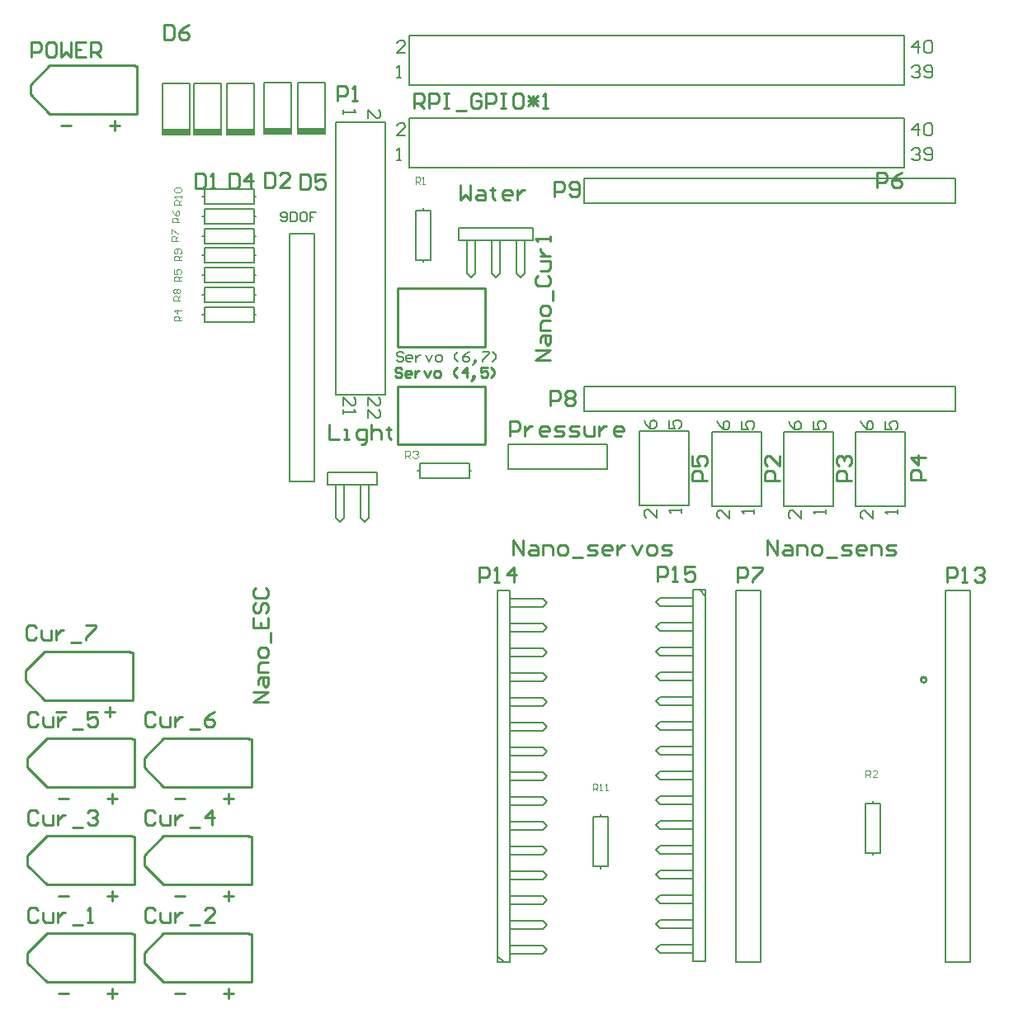
<source format=gto>
G04 Layer_Color=65535*
%FSLAX24Y24*%
%MOIN*%
G70*
G01*
G75*
%ADD46C,0.0100*%
%ADD47C,0.0079*%
%ADD48C,0.0039*%
%ADD49C,0.0080*%
%ADD50R,0.1102X0.0315*%
D46*
X46765Y22638D02*
G03*
X46765Y22638I-111J0D01*
G01*
X19409Y12362D02*
X19488D01*
X19370Y12402D02*
X19409Y12362D01*
X17441Y12402D02*
X19370D01*
X16654D02*
X17441D01*
X16260D02*
X16654D01*
X16142D02*
X16260D01*
X15945D02*
X16142D01*
X15157Y11614D02*
X15945Y12402D01*
X15157Y11220D02*
Y11614D01*
Y11220D02*
X15945Y10433D01*
X19488D01*
Y12362D01*
X14685Y16299D02*
X14764D01*
X14646Y16339D02*
X14685Y16299D01*
X12717Y16339D02*
X14646D01*
X11929D02*
X12717D01*
X11535D02*
X11929D01*
X11417D02*
X11535D01*
X11220D02*
X11417D01*
X10433Y15551D02*
X11220Y16339D01*
X10433Y15157D02*
Y15551D01*
Y15157D02*
X11220Y14370D01*
X14764D01*
Y16299D01*
X19409D02*
X19488D01*
X19370Y16339D02*
X19409Y16299D01*
X17441Y16339D02*
X19370D01*
X16654D02*
X17441D01*
X16260D02*
X16654D01*
X16142D02*
X16260D01*
X15945D02*
X16142D01*
X15157Y15551D02*
X15945Y16339D01*
X15157Y15157D02*
Y15551D01*
Y15157D02*
X15945Y14370D01*
X19488D01*
Y16299D01*
X14685Y20236D02*
X14764D01*
X14646Y20276D02*
X14685Y20236D01*
X12717Y20276D02*
X14646D01*
X11929D02*
X12717D01*
X11535D02*
X11929D01*
X11417D02*
X11535D01*
X11220D02*
X11417D01*
X10433Y19488D02*
X11220Y20276D01*
X10433Y19094D02*
Y19488D01*
Y19094D02*
X11220Y18307D01*
X14764D01*
Y20236D01*
X14685Y12362D02*
X14764D01*
X14646Y12402D02*
X14685Y12362D01*
X12717Y12402D02*
X14646D01*
X11929D02*
X12717D01*
X11535D02*
X11929D01*
X11417D02*
X11535D01*
X11220D02*
X11417D01*
X10433Y11614D02*
X11220Y12402D01*
X10433Y11220D02*
Y11614D01*
Y11220D02*
X11220Y10433D01*
X14764D01*
Y12362D01*
X19409Y20236D02*
X19488D01*
X19370Y20276D02*
X19409Y20236D01*
X17441Y20276D02*
X19370D01*
X16654D02*
X17441D01*
X16260D02*
X16654D01*
X16142D02*
X16260D01*
X15945D02*
X16142D01*
X15157Y19488D02*
X15945Y20276D01*
X15157Y19094D02*
Y19488D01*
Y19094D02*
X15945Y18307D01*
X19488D01*
Y20236D01*
X14606Y23740D02*
X14685D01*
X14567Y23780D02*
X14606Y23740D01*
X12638Y23780D02*
X14567D01*
X11850D02*
X12638D01*
X11457D02*
X11850D01*
X11339D02*
X11457D01*
X11142D02*
X11339D01*
X10354Y22992D02*
X11142Y23780D01*
X10354Y22598D02*
Y22992D01*
Y22598D02*
X11142Y21811D01*
X14685D01*
Y23740D01*
X14803Y47402D02*
X14882D01*
X14764Y47441D02*
X14803Y47402D01*
X12835Y47441D02*
X14764D01*
X12047D02*
X12835D01*
X11654D02*
X12047D01*
X11535D02*
X11654D01*
X11339D02*
X11535D01*
X10551Y46654D02*
X11339Y47441D01*
X10551Y46260D02*
Y46654D01*
Y46260D02*
X11339Y45472D01*
X14882D01*
Y47402D01*
X28937Y32126D02*
Y33307D01*
X25394Y32126D02*
X28937D01*
X25394D02*
Y34488D01*
X28937D01*
Y33307D02*
Y34488D01*
Y36063D02*
Y37244D01*
X25394Y36063D02*
X28937D01*
X25394D02*
Y38425D01*
X28937D01*
Y37244D02*
Y38425D01*
X25559Y35165D02*
X25494Y35231D01*
X25362D01*
X25297Y35165D01*
Y35100D01*
X25362Y35034D01*
X25494D01*
X25559Y34969D01*
Y34903D01*
X25494Y34837D01*
X25362D01*
X25297Y34903D01*
X25887Y34837D02*
X25756D01*
X25690Y34903D01*
Y35034D01*
X25756Y35100D01*
X25887D01*
X25953Y35034D01*
Y34969D01*
X25690D01*
X26084Y35100D02*
Y34837D01*
Y34969D01*
X26150Y35034D01*
X26215Y35100D01*
X26281D01*
X26478D02*
X26609Y34837D01*
X26740Y35100D01*
X26937Y34837D02*
X27068D01*
X27134Y34903D01*
Y35034D01*
X27068Y35100D01*
X26937D01*
X26871Y35034D01*
Y34903D01*
X26937Y34837D01*
X27789D02*
X27658Y34969D01*
Y35100D01*
X27789Y35231D01*
X28183Y34837D02*
Y35231D01*
X27986Y35034D01*
X28249D01*
X28445Y34772D02*
X28511Y34837D01*
Y34903D01*
X28445D01*
Y34837D01*
X28511D01*
X28445Y34772D01*
X28380Y34706D01*
X29036Y35231D02*
X28773D01*
Y35034D01*
X28905Y35100D01*
X28970D01*
X29036Y35034D01*
Y34903D01*
X28970Y34837D01*
X28839D01*
X28773Y34903D01*
X29167Y34837D02*
X29298Y34969D01*
Y35100D01*
X29167Y35231D01*
X27928Y42609D02*
Y42009D01*
X28128Y42209D01*
X28328Y42009D01*
Y42609D01*
X28627Y42409D02*
X28827D01*
X28927Y42309D01*
Y42009D01*
X28627D01*
X28527Y42109D01*
X28627Y42209D01*
X28927D01*
X29227Y42509D02*
Y42409D01*
X29127D01*
X29327D01*
X29227D01*
Y42109D01*
X29327Y42009D01*
X29927D02*
X29727D01*
X29627Y42109D01*
Y42309D01*
X29727Y42409D01*
X29927D01*
X30027Y42309D01*
Y42209D01*
X29627D01*
X30227Y42409D02*
Y42009D01*
Y42209D01*
X30327Y42309D01*
X30427Y42409D01*
X30527D01*
X29941Y32489D02*
Y33088D01*
X30241D01*
X30341Y32988D01*
Y32788D01*
X30241Y32689D01*
X29941D01*
X30541Y32888D02*
Y32489D01*
Y32689D01*
X30641Y32788D01*
X30741Y32888D01*
X30841D01*
X31440Y32489D02*
X31240D01*
X31140Y32589D01*
Y32788D01*
X31240Y32888D01*
X31440D01*
X31540Y32788D01*
Y32689D01*
X31140D01*
X31740Y32489D02*
X32040D01*
X32140Y32589D01*
X32040Y32689D01*
X31840D01*
X31740Y32788D01*
X31840Y32888D01*
X32140D01*
X32340Y32489D02*
X32640D01*
X32740Y32589D01*
X32640Y32689D01*
X32440D01*
X32340Y32788D01*
X32440Y32888D01*
X32740D01*
X32940D02*
Y32589D01*
X33040Y32489D01*
X33340D01*
Y32888D01*
X33540D02*
Y32489D01*
Y32689D01*
X33640Y32788D01*
X33740Y32888D01*
X33840D01*
X34439Y32489D02*
X34239D01*
X34139Y32589D01*
Y32788D01*
X34239Y32888D01*
X34439D01*
X34539Y32788D01*
Y32689D01*
X34139D01*
X20157Y21732D02*
X19558D01*
X20157Y22132D01*
X19558D01*
X19758Y22432D02*
Y22632D01*
X19858Y22732D01*
X20157D01*
Y22432D01*
X20058Y22332D01*
X19958Y22432D01*
Y22732D01*
X20157Y22932D02*
X19758D01*
Y23232D01*
X19858Y23332D01*
X20157D01*
Y23632D02*
Y23832D01*
X20058Y23932D01*
X19858D01*
X19758Y23832D01*
Y23632D01*
X19858Y23532D01*
X20058D01*
X20157Y23632D01*
X20257Y24132D02*
Y24531D01*
X19558Y25131D02*
Y24731D01*
X20157D01*
Y25131D01*
X19858Y24731D02*
Y24931D01*
X19658Y25731D02*
X19558Y25631D01*
Y25431D01*
X19658Y25331D01*
X19758D01*
X19858Y25431D01*
Y25631D01*
X19958Y25731D01*
X20058D01*
X20157Y25631D01*
Y25431D01*
X20058Y25331D01*
X19658Y26331D02*
X19558Y26231D01*
Y26031D01*
X19658Y25931D01*
X20058D01*
X20157Y26031D01*
Y26231D01*
X20058Y26331D01*
X35911Y26615D02*
Y27215D01*
X36211D01*
X36311Y27115D01*
Y26915D01*
X36211Y26815D01*
X35911D01*
X36511Y26615D02*
X36711D01*
X36611D01*
Y27215D01*
X36511Y27115D01*
X37411Y27215D02*
X37011D01*
Y26915D01*
X37211Y27015D01*
X37311D01*
X37411Y26915D01*
Y26715D01*
X37311Y26615D01*
X37111D01*
X37011Y26715D01*
X28702Y26575D02*
Y27175D01*
X29002D01*
X29102Y27075D01*
Y26875D01*
X29002Y26775D01*
X28702D01*
X29302Y26575D02*
X29502D01*
X29402D01*
Y27175D01*
X29302Y27075D01*
X30102Y26575D02*
Y27175D01*
X29802Y26875D01*
X30202D01*
X47590Y26590D02*
Y27190D01*
X47890D01*
X47990Y27090D01*
Y26890D01*
X47890Y26790D01*
X47590D01*
X48190Y26590D02*
X48390D01*
X48290D01*
Y27190D01*
X48190Y27090D01*
X48690D02*
X48790Y27190D01*
X48990D01*
X49090Y27090D01*
Y26990D01*
X48990Y26890D01*
X48890D01*
X48990D01*
X49090Y26790D01*
Y26690D01*
X48990Y26590D01*
X48790D01*
X48690Y26690D01*
X39131Y26574D02*
Y27174D01*
X39430D01*
X39530Y27074D01*
Y26874D01*
X39430Y26774D01*
X39131D01*
X39730Y27174D02*
X40130D01*
Y27074D01*
X39730Y26674D01*
Y26574D01*
X37913Y30669D02*
X37314D01*
Y30969D01*
X37414Y31069D01*
X37613D01*
X37713Y30969D01*
Y30669D01*
X37314Y31669D02*
Y31269D01*
X37613D01*
X37514Y31469D01*
Y31569D01*
X37613Y31669D01*
X37813D01*
X37913Y31569D01*
Y31369D01*
X37813Y31269D01*
X46732Y30709D02*
X46132D01*
Y31009D01*
X46232Y31109D01*
X46432D01*
X46532Y31009D01*
Y30709D01*
X46732Y31608D02*
X46132D01*
X46432Y31308D01*
Y31708D01*
X43740Y30669D02*
X43140D01*
Y30969D01*
X43240Y31069D01*
X43440D01*
X43540Y30969D01*
Y30669D01*
X43240Y31269D02*
X43140Y31369D01*
Y31569D01*
X43240Y31669D01*
X43340D01*
X43440Y31569D01*
Y31469D01*
Y31569D01*
X43540Y31669D01*
X43640D01*
X43740Y31569D01*
Y31369D01*
X43640Y31269D01*
X40827Y30669D02*
X40227D01*
Y30969D01*
X40327Y31069D01*
X40527D01*
X40627Y30969D01*
Y30669D01*
X40827Y31669D02*
Y31269D01*
X40427Y31669D01*
X40327D01*
X40227Y31569D01*
Y31369D01*
X40327Y31269D01*
X22973Y46011D02*
Y46610D01*
X23273D01*
X23373Y46510D01*
Y46310D01*
X23273Y46210D01*
X22973D01*
X23573Y46011D02*
X23772D01*
X23673D01*
Y46610D01*
X23573Y46510D01*
X30080Y27660D02*
Y28260D01*
X30480Y27660D01*
Y28260D01*
X30780Y28060D02*
X30980D01*
X31080Y27960D01*
Y27660D01*
X30780D01*
X30680Y27760D01*
X30780Y27860D01*
X31080D01*
X31280Y27660D02*
Y28060D01*
X31580D01*
X31679Y27960D01*
Y27660D01*
X31979D02*
X32179D01*
X32279Y27760D01*
Y27960D01*
X32179Y28060D01*
X31979D01*
X31879Y27960D01*
Y27760D01*
X31979Y27660D01*
X32479Y27560D02*
X32879D01*
X33079Y27660D02*
X33379D01*
X33479Y27760D01*
X33379Y27860D01*
X33179D01*
X33079Y27960D01*
X33179Y28060D01*
X33479D01*
X33979Y27660D02*
X33779D01*
X33679Y27760D01*
Y27960D01*
X33779Y28060D01*
X33979D01*
X34079Y27960D01*
Y27860D01*
X33679D01*
X34279Y28060D02*
Y27660D01*
Y27860D01*
X34379Y27960D01*
X34479Y28060D01*
X34579D01*
X34878D02*
X35078Y27660D01*
X35278Y28060D01*
X35578Y27660D02*
X35778D01*
X35878Y27760D01*
Y27960D01*
X35778Y28060D01*
X35578D01*
X35478Y27960D01*
Y27760D01*
X35578Y27660D01*
X36078D02*
X36378D01*
X36478Y27760D01*
X36378Y27860D01*
X36178D01*
X36078Y27960D01*
X36178Y28060D01*
X36478D01*
X40320Y27660D02*
Y28260D01*
X40720Y27660D01*
Y28260D01*
X41020Y28060D02*
X41220D01*
X41320Y27960D01*
Y27660D01*
X41020D01*
X40920Y27760D01*
X41020Y27860D01*
X41320D01*
X41520Y27660D02*
Y28060D01*
X41820D01*
X41919Y27960D01*
Y27660D01*
X42219D02*
X42419D01*
X42519Y27760D01*
Y27960D01*
X42419Y28060D01*
X42219D01*
X42119Y27960D01*
Y27760D01*
X42219Y27660D01*
X42719Y27560D02*
X43119D01*
X43319Y27660D02*
X43619D01*
X43719Y27760D01*
X43619Y27860D01*
X43419D01*
X43319Y27960D01*
X43419Y28060D01*
X43719D01*
X44219Y27660D02*
X44019D01*
X43919Y27760D01*
Y27960D01*
X44019Y28060D01*
X44219D01*
X44319Y27960D01*
Y27860D01*
X43919D01*
X44519Y27660D02*
Y28060D01*
X44819D01*
X44919Y27960D01*
Y27660D01*
X45118D02*
X45418D01*
X45518Y27760D01*
X45418Y27860D01*
X45218D01*
X45118Y27960D01*
X45218Y28060D01*
X45518D01*
X22620Y32931D02*
Y32331D01*
X23020D01*
X23220D02*
X23420D01*
X23320D01*
Y32731D01*
X23220D01*
X23920Y32131D02*
X24020D01*
X24120Y32231D01*
Y32731D01*
X23820D01*
X23720Y32631D01*
Y32431D01*
X23820Y32331D01*
X24120D01*
X24320Y32931D02*
Y32331D01*
Y32631D01*
X24420Y32731D01*
X24619D01*
X24719Y32631D01*
Y32331D01*
X25019Y32831D02*
Y32731D01*
X24919D01*
X25119D01*
X25019D01*
Y32431D01*
X25119Y32331D01*
X15970Y49059D02*
Y48459D01*
X16270D01*
X16370Y48559D01*
Y48959D01*
X16270Y49059D01*
X15970D01*
X16970D02*
X16770Y48959D01*
X16570Y48759D01*
Y48559D01*
X16670Y48459D01*
X16870D01*
X16970Y48559D01*
Y48659D01*
X16870Y48759D01*
X16570D01*
X21457Y43041D02*
Y42441D01*
X21757D01*
X21857Y42541D01*
Y42941D01*
X21757Y43041D01*
X21457D01*
X22456D02*
X22057D01*
Y42741D01*
X22256Y42841D01*
X22356D01*
X22456Y42741D01*
Y42541D01*
X22356Y42441D01*
X22156D01*
X22057Y42541D01*
X18583Y43080D02*
Y42480D01*
X18883D01*
X18983Y42580D01*
Y42980D01*
X18883Y43080D01*
X18583D01*
X19482Y42480D02*
Y43080D01*
X19182Y42780D01*
X19582D01*
X20039Y43119D02*
Y42520D01*
X20339D01*
X20439Y42620D01*
Y43020D01*
X20339Y43119D01*
X20039D01*
X21039Y42520D02*
X20639D01*
X21039Y42920D01*
Y43020D01*
X20939Y43119D01*
X20739D01*
X20639Y43020D01*
X17244Y43080D02*
Y42480D01*
X17544D01*
X17644Y42580D01*
Y42980D01*
X17544Y43080D01*
X17244D01*
X17844Y42480D02*
X18044D01*
X17944D01*
Y43080D01*
X17844Y42980D01*
X44764Y42520D02*
Y43119D01*
X45064D01*
X45164Y43020D01*
Y42820D01*
X45064Y42720D01*
X44764D01*
X45763Y43119D02*
X45564Y43020D01*
X45364Y42820D01*
Y42620D01*
X45464Y42520D01*
X45663D01*
X45763Y42620D01*
Y42720D01*
X45663Y42820D01*
X45364D01*
X26053Y45718D02*
Y46318D01*
X26353D01*
X26453Y46218D01*
Y46018D01*
X26353Y45918D01*
X26053D01*
X26253D02*
X26453Y45718D01*
X26653D02*
Y46318D01*
X26953D01*
X27053Y46218D01*
Y46018D01*
X26953Y45918D01*
X26653D01*
X27253Y46318D02*
X27453D01*
X27353D01*
Y45718D01*
X27253D01*
X27453D01*
X27753Y45619D02*
X28152D01*
X28752Y46218D02*
X28652Y46318D01*
X28452D01*
X28352Y46218D01*
Y45818D01*
X28452Y45718D01*
X28652D01*
X28752Y45818D01*
Y46018D01*
X28552D01*
X28952Y45718D02*
Y46318D01*
X29252D01*
X29352Y46218D01*
Y46018D01*
X29252Y45918D01*
X28952D01*
X29552Y46318D02*
X29752D01*
X29652D01*
Y45718D01*
X29552D01*
X29752D01*
X30352Y46318D02*
X30152D01*
X30052Y46218D01*
Y45818D01*
X30152Y45718D01*
X30352D01*
X30452Y45818D01*
Y46218D01*
X30352Y46318D01*
X30652Y46218D02*
X31052Y45818D01*
X30652D02*
X31052Y46218D01*
X30652Y46018D02*
X31052D01*
X30852Y45818D02*
Y46218D01*
X31251Y45718D02*
X31451D01*
X31351D01*
Y46318D01*
X31251Y46218D01*
X10880Y13350D02*
X10780Y13450D01*
X10580D01*
X10480Y13350D01*
Y12950D01*
X10580Y12850D01*
X10780D01*
X10880Y12950D01*
X11080Y13250D02*
Y12950D01*
X11180Y12850D01*
X11480D01*
Y13250D01*
X11680D02*
Y12850D01*
Y13050D01*
X11780Y13150D01*
X11880Y13250D01*
X11980D01*
X12279Y12750D02*
X12679D01*
X12879Y12850D02*
X13079D01*
X12979D01*
Y13450D01*
X12879Y13350D01*
X15610D02*
X15510Y13450D01*
X15310D01*
X15210Y13350D01*
Y12950D01*
X15310Y12850D01*
X15510D01*
X15610Y12950D01*
X15810Y13250D02*
Y12950D01*
X15910Y12850D01*
X16210D01*
Y13250D01*
X16410D02*
Y12850D01*
Y13050D01*
X16510Y13150D01*
X16610Y13250D01*
X16710D01*
X17009Y12750D02*
X17409D01*
X18009Y12850D02*
X17609D01*
X18009Y13250D01*
Y13350D01*
X17909Y13450D01*
X17709D01*
X17609Y13350D01*
X10880Y17290D02*
X10780Y17390D01*
X10580D01*
X10480Y17290D01*
Y16890D01*
X10580Y16790D01*
X10780D01*
X10880Y16890D01*
X11080Y17190D02*
Y16890D01*
X11180Y16790D01*
X11480D01*
Y17190D01*
X11680D02*
Y16790D01*
Y16990D01*
X11780Y17090D01*
X11880Y17190D01*
X11980D01*
X12279Y16690D02*
X12679D01*
X12879Y17290D02*
X12979Y17390D01*
X13179D01*
X13279Y17290D01*
Y17190D01*
X13179Y17090D01*
X13079D01*
X13179D01*
X13279Y16990D01*
Y16890D01*
X13179Y16790D01*
X12979D01*
X12879Y16890D01*
X15610Y17290D02*
X15510Y17390D01*
X15310D01*
X15210Y17290D01*
Y16890D01*
X15310Y16790D01*
X15510D01*
X15610Y16890D01*
X15810Y17190D02*
Y16890D01*
X15910Y16790D01*
X16210D01*
Y17190D01*
X16410D02*
Y16790D01*
Y16990D01*
X16510Y17090D01*
X16610Y17190D01*
X16710D01*
X17009Y16690D02*
X17409D01*
X17909Y16790D02*
Y17390D01*
X17609Y17090D01*
X18009D01*
X10880Y21230D02*
X10780Y21330D01*
X10580D01*
X10480Y21230D01*
Y20830D01*
X10580Y20730D01*
X10780D01*
X10880Y20830D01*
X11080Y21130D02*
Y20830D01*
X11180Y20730D01*
X11480D01*
Y21130D01*
X11680D02*
Y20730D01*
Y20930D01*
X11780Y21030D01*
X11880Y21130D01*
X11980D01*
X12279Y20630D02*
X12679D01*
X13279Y21330D02*
X12879D01*
Y21030D01*
X13079Y21130D01*
X13179D01*
X13279Y21030D01*
Y20830D01*
X13179Y20730D01*
X12979D01*
X12879Y20830D01*
X15610Y21230D02*
X15510Y21330D01*
X15310D01*
X15210Y21230D01*
Y20830D01*
X15310Y20730D01*
X15510D01*
X15610Y20830D01*
X15810Y21130D02*
Y20830D01*
X15910Y20730D01*
X16210D01*
Y21130D01*
X16410D02*
Y20730D01*
Y20930D01*
X16510Y21030D01*
X16610Y21130D01*
X16710D01*
X17009Y20630D02*
X17409D01*
X18009Y21330D02*
X17809Y21230D01*
X17609Y21030D01*
Y20830D01*
X17709Y20730D01*
X17909D01*
X18009Y20830D01*
Y20930D01*
X17909Y21030D01*
X17609D01*
X10805Y24729D02*
X10705Y24829D01*
X10505D01*
X10405Y24729D01*
Y24330D01*
X10505Y24230D01*
X10705D01*
X10805Y24330D01*
X11004Y24629D02*
Y24330D01*
X11104Y24230D01*
X11404D01*
Y24629D01*
X11604D02*
Y24230D01*
Y24429D01*
X11704Y24529D01*
X11804Y24629D01*
X11904D01*
X12204Y24130D02*
X12604D01*
X12804Y24829D02*
X13204D01*
Y24729D01*
X12804Y24330D01*
Y24230D01*
X31567Y35551D02*
X30967D01*
X31567Y35951D01*
X30967D01*
X31167Y36251D02*
Y36451D01*
X31267Y36551D01*
X31567D01*
Y36251D01*
X31467Y36151D01*
X31367Y36251D01*
Y36551D01*
X31567Y36751D02*
X31167D01*
Y37051D01*
X31267Y37151D01*
X31567D01*
Y37451D02*
Y37650D01*
X31467Y37750D01*
X31267D01*
X31167Y37650D01*
Y37451D01*
X31267Y37351D01*
X31467D01*
X31567Y37451D01*
X31667Y37950D02*
Y38350D01*
X31067Y38950D02*
X30967Y38850D01*
Y38650D01*
X31067Y38550D01*
X31467D01*
X31567Y38650D01*
Y38850D01*
X31467Y38950D01*
X31167Y39150D02*
X31467D01*
X31567Y39250D01*
Y39550D01*
X31167D01*
Y39750D02*
X31567D01*
X31367D01*
X31267Y39850D01*
X31167Y39950D01*
Y40050D01*
X31567Y40350D02*
Y40550D01*
Y40450D01*
X30967D01*
X31067Y40350D01*
X31575Y33701D02*
Y34301D01*
X31875D01*
X31975Y34201D01*
Y34001D01*
X31875Y33901D01*
X31575D01*
X32175Y34201D02*
X32275Y34301D01*
X32475D01*
X32574Y34201D01*
Y34101D01*
X32475Y34001D01*
X32574Y33901D01*
Y33801D01*
X32475Y33701D01*
X32275D01*
X32175Y33801D01*
Y33901D01*
X32275Y34001D01*
X32175Y34101D01*
Y34201D01*
X32275Y34001D02*
X32475D01*
X31732Y42126D02*
Y42726D01*
X32032D01*
X32132Y42626D01*
Y42426D01*
X32032Y42326D01*
X31732D01*
X32332Y42226D02*
X32432Y42126D01*
X32632D01*
X32732Y42226D01*
Y42626D01*
X32632Y42726D01*
X32432D01*
X32332Y42626D01*
Y42526D01*
X32432Y42426D01*
X32732D01*
X10599Y47790D02*
Y48390D01*
X10899D01*
X10999Y48290D01*
Y48090D01*
X10899Y47990D01*
X10599D01*
X11499Y48390D02*
X11299D01*
X11199Y48290D01*
Y47890D01*
X11299Y47790D01*
X11499D01*
X11599Y47890D01*
Y48290D01*
X11499Y48390D01*
X11799D02*
Y47790D01*
X11999Y47990D01*
X12199Y47790D01*
Y48390D01*
X12798D02*
X12398D01*
Y47790D01*
X12798D01*
X12398Y48090D02*
X12598D01*
X12998Y47790D02*
Y48390D01*
X13298D01*
X13398Y48290D01*
Y48090D01*
X13298Y47990D01*
X12998D01*
X13198D02*
X13398Y47790D01*
X16811Y9976D02*
X16411D01*
X18780D02*
X18380D01*
X18580Y9776D02*
Y10176D01*
X12087Y13913D02*
X11687D01*
X14055D02*
X13655D01*
X13855Y13713D02*
Y14113D01*
X16811Y13913D02*
X16411D01*
X18780D02*
X18380D01*
X18580Y13713D02*
Y14113D01*
X12087Y17850D02*
X11687D01*
X14055D02*
X13655D01*
X13855Y17650D02*
Y18050D01*
X12087Y9976D02*
X11687D01*
X14055D02*
X13655D01*
X13855Y9776D02*
Y10176D01*
X16811Y17850D02*
X16411D01*
X18780D02*
X18380D01*
X18580Y17650D02*
Y18050D01*
X12008Y21354D02*
X11608D01*
X13976D02*
X13577D01*
X13776Y21154D02*
Y21554D01*
X12205Y45015D02*
X11805D01*
X14173D02*
X13773D01*
X13973Y44815D02*
Y45215D01*
D47*
X29437Y11990D02*
Y26240D01*
Y11490D02*
X29687Y11240D01*
X29437D02*
Y11990D01*
X29937Y25907D02*
X31270D01*
X31437Y25740D01*
X31270Y25573D02*
X31437Y25740D01*
X29937Y25573D02*
X31270D01*
X29937Y24907D02*
X31270D01*
X31437Y24740D01*
X31270Y24573D02*
X31437Y24740D01*
X29937Y24573D02*
X31270D01*
X29937Y23907D02*
X31270D01*
X31437Y23740D01*
X31270Y23573D02*
X31437Y23740D01*
X29937Y23573D02*
X31270D01*
X29937Y22907D02*
X31270D01*
X31437Y22740D01*
X31270Y22573D02*
X31437Y22740D01*
X29937Y22573D02*
X31270D01*
X29937Y21907D02*
X31270D01*
X31437Y21740D01*
X31270Y21573D02*
X31437Y21740D01*
X29937Y21573D02*
X31270D01*
X29937Y20907D02*
X31270D01*
X31437Y20740D01*
X31270Y20573D02*
X31437Y20740D01*
X29937Y20573D02*
X31270D01*
X29937Y19907D02*
X31270D01*
X31437Y19740D01*
X31270Y19573D02*
X31437Y19740D01*
X29937Y19573D02*
X31270D01*
X29937Y18907D02*
X31270D01*
X31437Y18740D01*
X31270Y18573D02*
X31437Y18740D01*
X29937Y18573D02*
X31270D01*
X29937Y17907D02*
X31270D01*
X31437Y17740D01*
X31270Y17573D02*
X31437Y17740D01*
X29937Y17573D02*
X31270D01*
X29937Y16907D02*
X31270D01*
X31437Y16740D01*
X31270Y16573D02*
X31437Y16740D01*
X29937Y16573D02*
X31270D01*
X29937Y15907D02*
X31270D01*
X31437Y15740D01*
X31270Y15574D02*
X31437Y15740D01*
X29937Y15574D02*
X31270D01*
X29937Y14907D02*
X31270D01*
X31437Y14740D01*
X31270Y14574D02*
X31437Y14740D01*
X29937Y14574D02*
X31270D01*
X29937Y13907D02*
X31270D01*
X31437Y13740D01*
X31270Y13573D02*
X31437Y13740D01*
X29937Y13573D02*
X31270D01*
X29937Y12907D02*
X31270D01*
X31437Y12740D01*
X31270Y12573D02*
X31437Y12740D01*
X29937Y12573D02*
X31270D01*
X29937Y11907D02*
X31270D01*
X31437Y11740D01*
X31270Y11573D02*
X31437Y11740D01*
X29937Y11573D02*
X31270D01*
X29437Y26240D02*
X29937D01*
Y11240D02*
Y26240D01*
X29437Y11240D02*
X29937D01*
X15906Y46713D02*
X17008D01*
Y44626D02*
Y46713D01*
X15906Y44626D02*
Y46713D01*
X33583Y15102D02*
X33883D01*
Y17102D01*
X33283D02*
X33883D01*
X33283Y15102D02*
Y17102D01*
Y15102D02*
X33583D01*
Y17102D02*
Y17192D01*
Y15012D02*
Y15102D01*
X37846Y11272D02*
Y25522D01*
X37596Y26272D02*
X37846Y26022D01*
Y25522D02*
Y26272D01*
X36013Y11605D02*
X37346D01*
X35846Y11772D02*
X36013Y11605D01*
X35846Y11772D02*
X36013Y11938D01*
X37346D01*
X36013Y12605D02*
X37346D01*
X35846Y12772D02*
X36013Y12605D01*
X35846Y12772D02*
X36013Y12938D01*
X37346D01*
X36013Y13605D02*
X37346D01*
X35846Y13772D02*
X36013Y13605D01*
X35846Y13772D02*
X36013Y13938D01*
X37346D01*
X36013Y14605D02*
X37346D01*
X35846Y14772D02*
X36013Y14605D01*
X35846Y14772D02*
X36013Y14938D01*
X37346D01*
X36013Y15605D02*
X37346D01*
X35846Y15772D02*
X36013Y15605D01*
X35846Y15772D02*
X36013Y15938D01*
X37346D01*
X36013Y16605D02*
X37346D01*
X35846Y16772D02*
X36013Y16605D01*
X35846Y16772D02*
X36013Y16938D01*
X37346D01*
X36013Y17605D02*
X37346D01*
X35846Y17772D02*
X36013Y17605D01*
X35846Y17772D02*
X36013Y17938D01*
X37346D01*
X36013Y18605D02*
X37346D01*
X35846Y18772D02*
X36013Y18605D01*
X35846Y18772D02*
X36013Y18938D01*
X37346D01*
X36013Y19605D02*
X37346D01*
X35846Y19772D02*
X36013Y19605D01*
X35846Y19772D02*
X36013Y19938D01*
X37346D01*
X36013Y20605D02*
X37346D01*
X35846Y20772D02*
X36013Y20605D01*
X35846Y20772D02*
X36013Y20938D01*
X37346D01*
X36013Y21605D02*
X37346D01*
X35846Y21772D02*
X36013Y21605D01*
X35846Y21772D02*
X36013Y21938D01*
X37346D01*
X36013Y22605D02*
X37346D01*
X35846Y22772D02*
X36013Y22605D01*
X35846Y22772D02*
X36013Y22938D01*
X37346D01*
X36013Y23605D02*
X37346D01*
X35846Y23772D02*
X36013Y23605D01*
X35846Y23772D02*
X36013Y23938D01*
X37346D01*
X36013Y24605D02*
X37346D01*
X35846Y24772D02*
X36013Y24605D01*
X35846Y24772D02*
X36013Y24938D01*
X37346D01*
X36013Y25605D02*
X37346D01*
X35846Y25772D02*
X36013Y25605D01*
X35846Y25772D02*
X36013Y25938D01*
X37346D01*
Y11272D02*
X37846D01*
X37346D02*
Y26272D01*
X37846D01*
X40067Y11232D02*
Y26232D01*
X39067Y11982D02*
Y26232D01*
Y11232D02*
Y11982D01*
Y11232D02*
X40067D01*
X39067Y26232D02*
X40067D01*
X29878Y31154D02*
Y32154D01*
X33878D01*
X29878Y31154D02*
X33878D01*
Y32154D01*
X44606Y15654D02*
X44906D01*
Y17654D01*
X44306D02*
X44906D01*
X44306Y15654D02*
Y17654D01*
Y15654D02*
X44606D01*
Y17654D02*
Y17744D01*
Y15564D02*
Y15654D01*
X27870Y40378D02*
X30870D01*
Y40878D01*
X27870Y40378D02*
Y40878D01*
X30870D01*
X28203Y39045D02*
Y40378D01*
Y39045D02*
X28370Y38878D01*
X28537Y39045D01*
Y40378D01*
X29203Y39045D02*
Y40378D01*
Y39045D02*
X29370Y38878D01*
X29537Y39045D01*
Y40378D01*
X30203Y39045D02*
Y40378D01*
Y39045D02*
X30370Y38878D01*
X30537Y39045D01*
Y40378D01*
X24222Y29163D02*
Y30496D01*
X24055Y28996D02*
X24222Y29163D01*
X23888D02*
X24055Y28996D01*
X23888Y29163D02*
Y30496D01*
X23222Y29163D02*
Y30496D01*
X23055Y28996D02*
X23222Y29163D01*
X22888D02*
X23055Y28996D01*
X22888Y29163D02*
Y30496D01*
X22555Y30996D02*
X24555D01*
X22555Y30496D02*
Y30996D01*
X24555Y30496D02*
Y30996D01*
X22555Y30496D02*
X24555D01*
X47531Y11248D02*
Y26248D01*
X48531Y11248D02*
Y25498D01*
Y26248D01*
X47531D02*
X48531D01*
X47531Y11248D02*
X48531D01*
X26417Y39591D02*
X26717D01*
Y41591D01*
X26117D02*
X26717D01*
X26117Y39591D02*
Y41591D01*
Y39591D02*
X26417D01*
Y41591D02*
Y41681D01*
Y39501D02*
Y39591D01*
X22909Y34130D02*
X24909D01*
X22909D02*
Y45130D01*
X24909Y34130D02*
Y45130D01*
X22909D02*
X24909D01*
X45878Y46626D02*
Y48626D01*
X25878Y46626D02*
Y48626D01*
X45878D01*
X25878Y46626D02*
X45878D01*
Y43303D02*
Y45303D01*
X25878Y43303D02*
Y45303D01*
X45878D01*
X25878Y43303D02*
X45878D01*
X18504Y46713D02*
X19606D01*
Y44626D02*
Y46713D01*
X18504Y44626D02*
Y46713D01*
X20000Y46752D02*
X21102D01*
Y44665D02*
Y46752D01*
X20000Y44665D02*
Y46752D01*
X17165Y46713D02*
X18268D01*
Y44626D02*
Y46713D01*
X17165Y44626D02*
Y46713D01*
X21378Y46752D02*
X22480D01*
Y44665D02*
Y46752D01*
X21378Y44665D02*
Y46752D01*
X21035Y31392D02*
Y40642D01*
Y30642D02*
Y31392D01*
Y30642D02*
X22035D01*
Y40642D01*
X21035D02*
X22035D01*
X17583Y41826D02*
Y42126D01*
Y41826D02*
X19583D01*
Y42426D01*
X17583D02*
X19583D01*
X17583Y42126D02*
Y42426D01*
X19583Y42126D02*
X19673D01*
X17493D02*
X17583D01*
Y39464D02*
Y39764D01*
Y39464D02*
X19583D01*
Y40064D01*
X17583D02*
X19583D01*
X17583Y39764D02*
Y40064D01*
X19583Y39764D02*
X19673D01*
X17493D02*
X17583D01*
Y37889D02*
Y38189D01*
Y37889D02*
X19583D01*
Y38489D01*
X17583D02*
X19583D01*
X17583Y38189D02*
Y38489D01*
X19583Y38189D02*
X19673D01*
X17493D02*
X17583D01*
Y37062D02*
Y37362D01*
Y37062D02*
X19583D01*
Y37662D01*
X17583D02*
X19583D01*
X17583Y37362D02*
Y37662D01*
X19583Y37362D02*
X19673D01*
X17493D02*
X17583D01*
Y38676D02*
Y38976D01*
Y38676D02*
X19583D01*
Y39276D01*
X17583D02*
X19583D01*
X17583Y38976D02*
Y39276D01*
X19583Y38976D02*
X19673D01*
X17493D02*
X17583D01*
Y40251D02*
Y40551D01*
Y40251D02*
X19583D01*
Y40851D01*
X17583D02*
X19583D01*
X17583Y40551D02*
Y40851D01*
X19583Y40551D02*
X19673D01*
X17493D02*
X17583D01*
X26283Y30763D02*
Y31063D01*
Y30763D02*
X28283D01*
Y31363D01*
X26283D02*
X28283D01*
X26283Y31063D02*
Y31363D01*
X28283Y31063D02*
X28373D01*
X26193D02*
X26283D01*
X47917Y41862D02*
Y42862D01*
X32917Y41862D02*
Y42862D01*
X33667D01*
X47917D01*
X32917Y41862D02*
X47917D01*
X32917Y33476D02*
Y34476D01*
X47917Y33476D02*
Y34476D01*
X47167Y33476D02*
X47917D01*
X32917D02*
X47167D01*
X32917Y34476D02*
X47917D01*
X43909Y32626D02*
X45909D01*
X43909Y29626D02*
X45909D01*
X43909D02*
Y32626D01*
X45909Y29626D02*
Y32626D01*
Y30709D02*
Y32626D01*
X40996D02*
X42996D01*
X40996Y29626D02*
X42996D01*
X40996D02*
Y32626D01*
X42996Y29626D02*
Y32626D01*
Y30709D02*
Y32626D01*
X38106Y32642D02*
X40106D01*
X38106Y29642D02*
X40106D01*
X38106D02*
Y32642D01*
X40106Y29642D02*
Y32642D01*
Y30725D02*
Y32642D01*
X35154Y32681D02*
X37154D01*
X35154Y29681D02*
X37154D01*
X35154D02*
Y32681D01*
X37154Y29681D02*
Y32681D01*
Y30764D02*
Y32681D01*
X17583Y41039D02*
Y41339D01*
Y41039D02*
X19583D01*
Y41639D01*
X17583D02*
X19583D01*
X17583Y41339D02*
Y41639D01*
X19583Y41339D02*
X19673D01*
X17493D02*
X17583D01*
X25617Y35800D02*
X25551Y35866D01*
X25420D01*
X25354Y35800D01*
Y35735D01*
X25420Y35669D01*
X25551D01*
X25617Y35604D01*
Y35538D01*
X25551Y35472D01*
X25420D01*
X25354Y35538D01*
X25945Y35472D02*
X25813D01*
X25748Y35538D01*
Y35669D01*
X25813Y35735D01*
X25945D01*
X26010Y35669D01*
Y35604D01*
X25748D01*
X26141Y35735D02*
Y35472D01*
Y35604D01*
X26207Y35669D01*
X26273Y35735D01*
X26338D01*
X26535D02*
X26666Y35472D01*
X26797Y35735D01*
X26994Y35472D02*
X27125D01*
X27191Y35538D01*
Y35669D01*
X27125Y35735D01*
X26994D01*
X26929Y35669D01*
Y35538D01*
X26994Y35472D01*
X27847D02*
X27716Y35604D01*
Y35735D01*
X27847Y35866D01*
X28306D02*
X28175Y35800D01*
X28044Y35669D01*
Y35538D01*
X28109Y35472D01*
X28241D01*
X28306Y35538D01*
Y35604D01*
X28241Y35669D01*
X28044D01*
X28503Y35407D02*
X28569Y35472D01*
Y35538D01*
X28503D01*
Y35472D01*
X28569D01*
X28503Y35407D01*
X28437Y35341D01*
X28831Y35866D02*
X29093D01*
Y35800D01*
X28831Y35538D01*
Y35472D01*
X29224D02*
X29356Y35604D01*
Y35735D01*
X29224Y35866D01*
X20669Y41192D02*
X20735Y41126D01*
X20866D01*
X20932Y41192D01*
Y41454D01*
X20866Y41520D01*
X20735D01*
X20669Y41454D01*
Y41388D01*
X20735Y41323D01*
X20932D01*
X21063Y41520D02*
Y41126D01*
X21260D01*
X21325Y41192D01*
Y41454D01*
X21260Y41520D01*
X21063D01*
X21653D02*
X21522D01*
X21456Y41454D01*
Y41192D01*
X21522Y41126D01*
X21653D01*
X21719Y41192D01*
Y41454D01*
X21653Y41520D01*
X22112D02*
X21850D01*
Y41323D01*
X21981D01*
X21850D01*
Y41126D01*
D48*
X33286Y18159D02*
Y18434D01*
X33423D01*
X33469Y18388D01*
Y18296D01*
X33423Y18250D01*
X33286D01*
X33377D02*
X33469Y18159D01*
X33561D02*
X33653D01*
X33607D01*
Y18434D01*
X33561Y18388D01*
X33791Y18159D02*
X33883D01*
X33837D01*
Y18434D01*
X33791Y18388D01*
X16654Y41811D02*
X16378D01*
Y41949D01*
X16424Y41995D01*
X16516D01*
X16562Y41949D01*
Y41811D01*
Y41903D02*
X16654Y41995D01*
Y42087D02*
Y42178D01*
Y42132D01*
X16378D01*
X16424Y42087D01*
Y42316D02*
X16378Y42362D01*
Y42454D01*
X16424Y42500D01*
X16608D01*
X16654Y42454D01*
Y42362D01*
X16608Y42316D01*
X16424D01*
X16654Y39567D02*
X16378D01*
Y39705D01*
X16424Y39751D01*
X16516D01*
X16562Y39705D01*
Y39567D01*
Y39659D02*
X16654Y39751D01*
X16608Y39842D02*
X16654Y39888D01*
Y39980D01*
X16608Y40026D01*
X16424D01*
X16378Y39980D01*
Y39888D01*
X16424Y39842D01*
X16470D01*
X16516Y39888D01*
Y40026D01*
X16614Y37953D02*
X16339D01*
Y38091D01*
X16385Y38136D01*
X16476D01*
X16522Y38091D01*
Y37953D01*
Y38045D02*
X16614Y38136D01*
X16385Y38228D02*
X16339Y38274D01*
Y38366D01*
X16385Y38412D01*
X16431D01*
X16476Y38366D01*
X16522Y38412D01*
X16568D01*
X16614Y38366D01*
Y38274D01*
X16568Y38228D01*
X16522D01*
X16476Y38274D01*
X16431Y38228D01*
X16385D01*
X16476Y38274D02*
Y38366D01*
X16535Y40354D02*
X16260D01*
Y40492D01*
X16306Y40538D01*
X16398D01*
X16444Y40492D01*
Y40354D01*
Y40446D02*
X16535Y40538D01*
X16260Y40630D02*
Y40813D01*
X16306D01*
X16490Y40630D01*
X16535D01*
X16575Y41102D02*
X16299D01*
Y41240D01*
X16345Y41286D01*
X16437D01*
X16483Y41240D01*
Y41102D01*
Y41194D02*
X16575Y41286D01*
X16299Y41562D02*
X16345Y41470D01*
X16437Y41378D01*
X16529D01*
X16575Y41424D01*
Y41516D01*
X16529Y41562D01*
X16483D01*
X16437Y41516D01*
Y41378D01*
X16654Y38740D02*
X16378D01*
Y38878D01*
X16424Y38924D01*
X16516D01*
X16562Y38878D01*
Y38740D01*
Y38832D02*
X16654Y38924D01*
X16378Y39199D02*
Y39016D01*
X16516D01*
X16470Y39107D01*
Y39153D01*
X16516Y39199D01*
X16608D01*
X16654Y39153D01*
Y39062D01*
X16608Y39016D01*
X16654Y37126D02*
X16378D01*
Y37264D01*
X16424Y37310D01*
X16516D01*
X16562Y37264D01*
Y37126D01*
Y37218D02*
X16654Y37310D01*
Y37539D02*
X16378D01*
X16516Y37401D01*
Y37585D01*
X25709Y31575D02*
Y31882D01*
X25862D01*
X25913Y31831D01*
Y31728D01*
X25862Y31677D01*
X25709D01*
X25811D02*
X25913Y31575D01*
X26016Y31831D02*
X26067Y31882D01*
X26169D01*
X26220Y31831D01*
Y31779D01*
X26169Y31728D01*
X26118D01*
X26169D01*
X26220Y31677D01*
Y31626D01*
X26169Y31575D01*
X26067D01*
X26016Y31626D01*
X44309Y18706D02*
Y18982D01*
X44447D01*
X44493Y18936D01*
Y18844D01*
X44447Y18798D01*
X44309D01*
X44401D02*
X44493Y18706D01*
X44768D02*
X44585D01*
X44768Y18890D01*
Y18936D01*
X44722Y18982D01*
X44631D01*
X44585Y18936D01*
X26121Y42650D02*
Y42926D01*
X26258D01*
X26304Y42880D01*
Y42788D01*
X26258Y42742D01*
X26121D01*
X26212D02*
X26304Y42650D01*
X26396D02*
X26488D01*
X26442D01*
Y42926D01*
X26396Y42880D01*
D49*
X24209Y33697D02*
Y34030D01*
X24543Y33697D01*
X24626D01*
X24709Y33780D01*
Y33947D01*
X24626Y34030D01*
X24209Y33197D02*
Y33530D01*
X24543Y33197D01*
X24626D01*
X24709Y33280D01*
Y33447D01*
X24626Y33530D01*
X23209Y33697D02*
Y34030D01*
X23543Y33697D01*
X23626D01*
X23709Y33780D01*
Y33947D01*
X23626Y34030D01*
X23209Y33530D02*
Y33363D01*
Y33447D01*
X23709D01*
X23626Y33530D01*
X24209Y45297D02*
Y45630D01*
X24543Y45297D01*
X24626D01*
X24709Y45380D01*
Y45547D01*
X24626Y45630D01*
X23209D02*
Y45463D01*
Y45547D01*
X23709D01*
X23626Y45630D01*
X46178Y47343D02*
X46261Y47426D01*
X46428D01*
X46511Y47343D01*
Y47259D01*
X46428Y47176D01*
X46345D01*
X46428D01*
X46511Y47093D01*
Y47009D01*
X46428Y46926D01*
X46261D01*
X46178Y47009D01*
X46678D02*
X46761Y46926D01*
X46928D01*
X47011Y47009D01*
Y47343D01*
X46928Y47426D01*
X46761D01*
X46678Y47343D01*
Y47259D01*
X46761Y47176D01*
X47011D01*
X46428Y47926D02*
Y48426D01*
X46178Y48176D01*
X46511D01*
X46678Y48343D02*
X46761Y48426D01*
X46928D01*
X47011Y48343D01*
Y48009D01*
X46928Y47926D01*
X46761D01*
X46678Y48009D01*
Y48343D01*
X25711Y47926D02*
X25378D01*
X25711Y48259D01*
Y48343D01*
X25628Y48426D01*
X25461D01*
X25378Y48343D01*
Y46926D02*
X25545D01*
X25461D01*
Y47426D01*
X25378Y47343D01*
X46178Y44020D02*
X46261Y44103D01*
X46428D01*
X46511Y44020D01*
Y43936D01*
X46428Y43853D01*
X46345D01*
X46428D01*
X46511Y43770D01*
Y43686D01*
X46428Y43603D01*
X46261D01*
X46178Y43686D01*
X46678D02*
X46761Y43603D01*
X46928D01*
X47011Y43686D01*
Y44020D01*
X46928Y44103D01*
X46761D01*
X46678Y44020D01*
Y43936D01*
X46761Y43853D01*
X47011D01*
X46428Y44603D02*
Y45103D01*
X46178Y44853D01*
X46511D01*
X46678Y45020D02*
X46761Y45103D01*
X46928D01*
X47011Y45020D01*
Y44686D01*
X46928Y44603D01*
X46761D01*
X46678Y44686D01*
Y45020D01*
X25711Y44603D02*
X25378D01*
X25711Y44936D01*
Y45020D01*
X25628Y45103D01*
X25461D01*
X25378Y45020D01*
Y43603D02*
X25545D01*
X25461D01*
Y44103D01*
X25378Y44020D01*
X44110Y33059D02*
X44193Y32893D01*
X44360Y32726D01*
X44526D01*
X44609Y32809D01*
Y32976D01*
X44526Y33059D01*
X44443D01*
X44360Y32976D01*
Y32726D01*
X45110Y33059D02*
Y32726D01*
X45360D01*
X45276Y32893D01*
Y32976D01*
X45360Y33059D01*
X45526D01*
X45609Y32976D01*
Y32809D01*
X45526Y32726D01*
X44609Y29459D02*
Y29126D01*
X44276Y29459D01*
X44193D01*
X44110Y29376D01*
Y29209D01*
X44193Y29126D01*
X45609Y29326D02*
Y29493D01*
Y29409D01*
X45110D01*
X45193Y29326D01*
X41196Y33059D02*
X41280Y32893D01*
X41446Y32726D01*
X41613D01*
X41696Y32809D01*
Y32976D01*
X41613Y33059D01*
X41529D01*
X41446Y32976D01*
Y32726D01*
X42196Y33059D02*
Y32726D01*
X42446D01*
X42363Y32893D01*
Y32976D01*
X42446Y33059D01*
X42613D01*
X42696Y32976D01*
Y32809D01*
X42613Y32726D01*
X41696Y29459D02*
Y29126D01*
X41363Y29459D01*
X41280D01*
X41196Y29376D01*
Y29209D01*
X41280Y29126D01*
X42696Y29326D02*
Y29493D01*
Y29409D01*
X42196D01*
X42280Y29326D01*
X38306Y33075D02*
X38390Y32908D01*
X38556Y32742D01*
X38723D01*
X38806Y32825D01*
Y32992D01*
X38723Y33075D01*
X38640D01*
X38556Y32992D01*
Y32742D01*
X39306Y33075D02*
Y32742D01*
X39556D01*
X39473Y32908D01*
Y32992D01*
X39556Y33075D01*
X39723D01*
X39806Y32992D01*
Y32825D01*
X39723Y32742D01*
X38806Y29475D02*
Y29142D01*
X38473Y29475D01*
X38390D01*
X38306Y29392D01*
Y29225D01*
X38390Y29142D01*
X39806Y29342D02*
Y29508D01*
Y29425D01*
X39306D01*
X39390Y29342D01*
X35354Y33114D02*
X35437Y32948D01*
X35604Y32781D01*
X35770D01*
X35854Y32864D01*
Y33031D01*
X35770Y33114D01*
X35687D01*
X35604Y33031D01*
Y32781D01*
X36354Y33114D02*
Y32781D01*
X36604D01*
X36520Y32948D01*
Y33031D01*
X36604Y33114D01*
X36770D01*
X36854Y33031D01*
Y32864D01*
X36770Y32781D01*
X35854Y29514D02*
Y29181D01*
X35520Y29514D01*
X35437D01*
X35354Y29431D01*
Y29264D01*
X35437Y29181D01*
X36854Y29381D02*
Y29548D01*
Y29464D01*
X36354D01*
X36437Y29381D01*
D50*
X16457Y44744D02*
D03*
X19055Y44744D02*
D03*
X20551Y44783D02*
D03*
X17717Y44744D02*
D03*
X21929Y44783D02*
D03*
M02*

</source>
